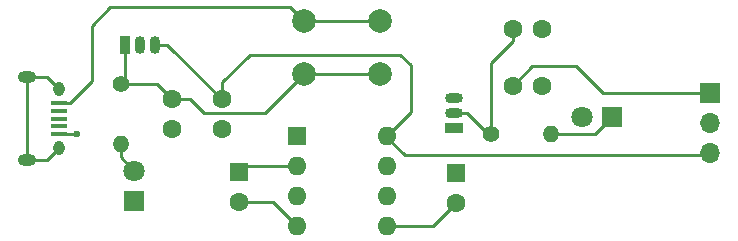
<source format=gtl>
G04 #@! TF.FileFunction,Copper,L1,Top,Signal*
%FSLAX46Y46*%
G04 Gerber Fmt 4.6, Leading zero omitted, Abs format (unit mm)*
G04 Created by KiCad (PCBNEW 4.0.7) date Thursday, December 14, 2017 'PMt' 09:42:57 PM*
%MOMM*%
%LPD*%
G01*
G04 APERTURE LIST*
%ADD10C,0.100000*%
%ADD11C,1.600000*%
%ADD12R,1.350000X0.400000*%
%ADD13O,0.950000X1.250000*%
%ADD14O,1.550000X1.000000*%
%ADD15C,2.000000*%
%ADD16O,0.900000X1.500000*%
%ADD17R,0.900000X1.500000*%
%ADD18R,1.600000X1.600000*%
%ADD19O,1.600000X1.600000*%
%ADD20O,1.500000X0.900000*%
%ADD21R,1.500000X0.900000*%
%ADD22R,1.700000X1.700000*%
%ADD23O,1.700000X1.700000*%
%ADD24R,1.800000X1.800000*%
%ADD25C,1.800000*%
%ADD26C,1.400000*%
%ADD27O,1.400000X1.400000*%
%ADD28C,0.600000*%
%ADD29C,0.250000*%
G04 APERTURE END LIST*
D10*
D11*
X169202100Y-109080300D03*
X169202100Y-111580300D03*
X173393100Y-109080300D03*
X173393100Y-111580300D03*
X198056500Y-107950000D03*
X200556500Y-107950000D03*
X198043800Y-103111300D03*
X200543800Y-103111300D03*
D12*
X159592000Y-109444000D03*
X159592000Y-110094000D03*
X159592000Y-110744000D03*
X159592000Y-111394000D03*
X159592000Y-112044000D03*
D13*
X159592000Y-108244000D03*
X159592000Y-113244000D03*
D14*
X156892000Y-107244000D03*
X156892000Y-114244000D03*
D15*
X180340000Y-106989000D03*
X180340000Y-102489000D03*
X186840000Y-106989000D03*
X186840000Y-102489000D03*
D16*
X166446200Y-104495600D03*
X167716200Y-104495600D03*
D17*
X165176200Y-104495600D03*
D18*
X179781200Y-112191800D03*
D19*
X187401200Y-119811800D03*
X179781200Y-114731800D03*
X187401200Y-117271800D03*
X179781200Y-117271800D03*
X187401200Y-114731800D03*
X179781200Y-119811800D03*
X187401200Y-112191800D03*
D20*
X193052700Y-110236000D03*
X193052700Y-108966000D03*
D21*
X193052700Y-111506000D03*
D22*
X214782400Y-108546900D03*
D23*
X214782400Y-111086900D03*
X214782400Y-113626900D03*
D18*
X174904400Y-115277900D03*
D11*
X174904400Y-117777900D03*
D18*
X193230500Y-115379500D03*
D11*
X193230500Y-117879500D03*
D24*
X165963600Y-117678200D03*
D25*
X165963600Y-115138200D03*
D24*
X206425800Y-110591600D03*
D25*
X203885800Y-110591600D03*
D26*
X164846000Y-107823000D03*
D27*
X164846000Y-112903000D03*
D26*
X196202300Y-112014000D03*
D27*
X201282300Y-112014000D03*
D28*
X161163000Y-112039400D03*
D29*
X180340000Y-106989000D02*
X186840000Y-106989000D01*
X169202100Y-109080300D02*
X170726100Y-109080300D01*
X177067600Y-110261400D02*
X180340000Y-106989000D01*
X171907200Y-110261400D02*
X177067600Y-110261400D01*
X170726100Y-109080300D02*
X171907200Y-110261400D01*
X164846000Y-107823000D02*
X167944800Y-107823000D01*
X167944800Y-107823000D02*
X169202100Y-109080300D01*
X165176200Y-104495600D02*
X165176200Y-107492800D01*
X165176200Y-107492800D02*
X164846000Y-107823000D01*
X159592000Y-112044000D02*
X161154900Y-112044000D01*
X161159500Y-112039400D02*
X161163000Y-112039400D01*
X161154900Y-112044000D02*
X161159500Y-112039400D01*
X187401200Y-112191800D02*
X187401200Y-112344200D01*
X187401200Y-112344200D02*
X188899800Y-113842800D01*
X188899800Y-113842800D02*
X214566500Y-113842800D01*
X214566500Y-113842800D02*
X214782400Y-113626900D01*
X173393100Y-109080300D02*
X173393100Y-107670600D01*
X189395100Y-110197900D02*
X187401200Y-112191800D01*
X189395100Y-106184700D02*
X189395100Y-110197900D01*
X188518800Y-105308400D02*
X189395100Y-106184700D01*
X175755300Y-105308400D02*
X188518800Y-105308400D01*
X173393100Y-107670600D02*
X175755300Y-105308400D01*
X167716200Y-104495600D02*
X168808400Y-104495600D01*
X168808400Y-104495600D02*
X173393100Y-109080300D01*
X214782400Y-108546900D02*
X205663800Y-108546900D01*
X199707500Y-106299000D02*
X198056500Y-107950000D01*
X203415900Y-106299000D02*
X199707500Y-106299000D01*
X205663800Y-108546900D02*
X203415900Y-106299000D01*
X198043800Y-103111300D02*
X198043800Y-104203500D01*
X198043800Y-104203500D02*
X196202300Y-106045000D01*
X196202300Y-106045000D02*
X196202300Y-112014000D01*
X196202300Y-112014000D02*
X195910200Y-112014000D01*
X195910200Y-112014000D02*
X194132200Y-110236000D01*
X194132200Y-110236000D02*
X193052700Y-110236000D01*
X187401200Y-119811800D02*
X191298200Y-119811800D01*
X191298200Y-119811800D02*
X193230500Y-117879500D01*
X164846000Y-112903000D02*
X164846000Y-114020600D01*
X164846000Y-114020600D02*
X165963600Y-115138200D01*
X201282300Y-112014000D02*
X205003400Y-112014000D01*
X205003400Y-112014000D02*
X206425800Y-110591600D01*
X180340000Y-102489000D02*
X186840000Y-102489000D01*
X159592000Y-109444000D02*
X160519900Y-109444000D01*
X179158900Y-101307900D02*
X180340000Y-102489000D01*
X163931600Y-101307900D02*
X179158900Y-101307900D01*
X162382200Y-102857300D02*
X163931600Y-101307900D01*
X162382200Y-107581700D02*
X162382200Y-102857300D01*
X160519900Y-109444000D02*
X162382200Y-107581700D01*
X156892000Y-114244000D02*
X156892000Y-107244000D01*
X156892000Y-114244000D02*
X158592000Y-114244000D01*
X158592000Y-114244000D02*
X159592000Y-113244000D01*
X156892000Y-107244000D02*
X158592000Y-107244000D01*
X158592000Y-107244000D02*
X159592000Y-108244000D01*
X179781200Y-114731800D02*
X175450500Y-114731800D01*
X175450500Y-114731800D02*
X174904400Y-115277900D01*
X174904400Y-117777900D02*
X177747300Y-117777900D01*
X177747300Y-117777900D02*
X179781200Y-119811800D01*
M02*

</source>
